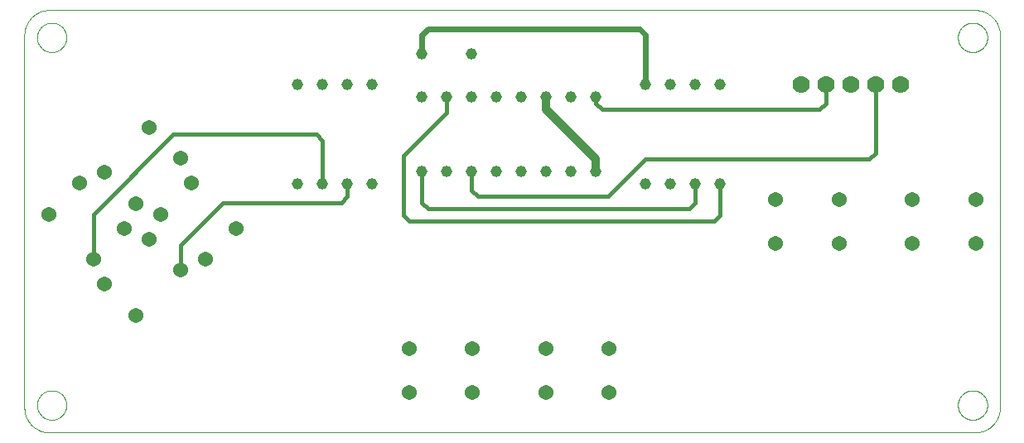
<source format=gtl>
G75*
%MOIN*%
%OFA0B0*%
%FSLAX25Y25*%
%IPPOS*%
%LPD*%
%AMOC8*
5,1,8,0,0,1.08239X$1,22.5*
%
%ADD10C,0.00000*%
%ADD11C,0.07000*%
%ADD12C,0.04550*%
%ADD13C,0.06063*%
%ADD14C,0.03200*%
%ADD15C,0.02400*%
%ADD16C,0.01600*%
D10*
X0011000Y0001000D02*
X0383500Y0001000D01*
X0383742Y0001003D01*
X0383983Y0001012D01*
X0384224Y0001026D01*
X0384465Y0001047D01*
X0384705Y0001073D01*
X0384945Y0001105D01*
X0385184Y0001143D01*
X0385421Y0001186D01*
X0385658Y0001236D01*
X0385893Y0001291D01*
X0386127Y0001351D01*
X0386359Y0001418D01*
X0386590Y0001489D01*
X0386819Y0001567D01*
X0387046Y0001650D01*
X0387271Y0001738D01*
X0387494Y0001832D01*
X0387714Y0001931D01*
X0387932Y0002036D01*
X0388147Y0002145D01*
X0388360Y0002260D01*
X0388570Y0002380D01*
X0388776Y0002505D01*
X0388980Y0002635D01*
X0389181Y0002770D01*
X0389378Y0002910D01*
X0389572Y0003054D01*
X0389762Y0003203D01*
X0389948Y0003357D01*
X0390131Y0003515D01*
X0390310Y0003677D01*
X0390485Y0003844D01*
X0390656Y0004015D01*
X0390823Y0004190D01*
X0390985Y0004369D01*
X0391143Y0004552D01*
X0391297Y0004738D01*
X0391446Y0004928D01*
X0391590Y0005122D01*
X0391730Y0005319D01*
X0391865Y0005520D01*
X0391995Y0005724D01*
X0392120Y0005930D01*
X0392240Y0006140D01*
X0392355Y0006353D01*
X0392464Y0006568D01*
X0392569Y0006786D01*
X0392668Y0007006D01*
X0392762Y0007229D01*
X0392850Y0007454D01*
X0392933Y0007681D01*
X0393011Y0007910D01*
X0393082Y0008141D01*
X0393149Y0008373D01*
X0393209Y0008607D01*
X0393264Y0008842D01*
X0393314Y0009079D01*
X0393357Y0009316D01*
X0393395Y0009555D01*
X0393427Y0009795D01*
X0393453Y0010035D01*
X0393474Y0010276D01*
X0393488Y0010517D01*
X0393497Y0010758D01*
X0393500Y0011000D01*
X0393500Y0161000D01*
X0393497Y0161242D01*
X0393488Y0161483D01*
X0393474Y0161724D01*
X0393453Y0161965D01*
X0393427Y0162205D01*
X0393395Y0162445D01*
X0393357Y0162684D01*
X0393314Y0162921D01*
X0393264Y0163158D01*
X0393209Y0163393D01*
X0393149Y0163627D01*
X0393082Y0163859D01*
X0393011Y0164090D01*
X0392933Y0164319D01*
X0392850Y0164546D01*
X0392762Y0164771D01*
X0392668Y0164994D01*
X0392569Y0165214D01*
X0392464Y0165432D01*
X0392355Y0165647D01*
X0392240Y0165860D01*
X0392120Y0166070D01*
X0391995Y0166276D01*
X0391865Y0166480D01*
X0391730Y0166681D01*
X0391590Y0166878D01*
X0391446Y0167072D01*
X0391297Y0167262D01*
X0391143Y0167448D01*
X0390985Y0167631D01*
X0390823Y0167810D01*
X0390656Y0167985D01*
X0390485Y0168156D01*
X0390310Y0168323D01*
X0390131Y0168485D01*
X0389948Y0168643D01*
X0389762Y0168797D01*
X0389572Y0168946D01*
X0389378Y0169090D01*
X0389181Y0169230D01*
X0388980Y0169365D01*
X0388776Y0169495D01*
X0388570Y0169620D01*
X0388360Y0169740D01*
X0388147Y0169855D01*
X0387932Y0169964D01*
X0387714Y0170069D01*
X0387494Y0170168D01*
X0387271Y0170262D01*
X0387046Y0170350D01*
X0386819Y0170433D01*
X0386590Y0170511D01*
X0386359Y0170582D01*
X0386127Y0170649D01*
X0385893Y0170709D01*
X0385658Y0170764D01*
X0385421Y0170814D01*
X0385184Y0170857D01*
X0384945Y0170895D01*
X0384705Y0170927D01*
X0384465Y0170953D01*
X0384224Y0170974D01*
X0383983Y0170988D01*
X0383742Y0170997D01*
X0383500Y0171000D01*
X0011000Y0171000D01*
X0010758Y0170997D01*
X0010517Y0170988D01*
X0010276Y0170974D01*
X0010035Y0170953D01*
X0009795Y0170927D01*
X0009555Y0170895D01*
X0009316Y0170857D01*
X0009079Y0170814D01*
X0008842Y0170764D01*
X0008607Y0170709D01*
X0008373Y0170649D01*
X0008141Y0170582D01*
X0007910Y0170511D01*
X0007681Y0170433D01*
X0007454Y0170350D01*
X0007229Y0170262D01*
X0007006Y0170168D01*
X0006786Y0170069D01*
X0006568Y0169964D01*
X0006353Y0169855D01*
X0006140Y0169740D01*
X0005930Y0169620D01*
X0005724Y0169495D01*
X0005520Y0169365D01*
X0005319Y0169230D01*
X0005122Y0169090D01*
X0004928Y0168946D01*
X0004738Y0168797D01*
X0004552Y0168643D01*
X0004369Y0168485D01*
X0004190Y0168323D01*
X0004015Y0168156D01*
X0003844Y0167985D01*
X0003677Y0167810D01*
X0003515Y0167631D01*
X0003357Y0167448D01*
X0003203Y0167262D01*
X0003054Y0167072D01*
X0002910Y0166878D01*
X0002770Y0166681D01*
X0002635Y0166480D01*
X0002505Y0166276D01*
X0002380Y0166070D01*
X0002260Y0165860D01*
X0002145Y0165647D01*
X0002036Y0165432D01*
X0001931Y0165214D01*
X0001832Y0164994D01*
X0001738Y0164771D01*
X0001650Y0164546D01*
X0001567Y0164319D01*
X0001489Y0164090D01*
X0001418Y0163859D01*
X0001351Y0163627D01*
X0001291Y0163393D01*
X0001236Y0163158D01*
X0001186Y0162921D01*
X0001143Y0162684D01*
X0001105Y0162445D01*
X0001073Y0162205D01*
X0001047Y0161965D01*
X0001026Y0161724D01*
X0001012Y0161483D01*
X0001003Y0161242D01*
X0001000Y0161000D01*
X0001000Y0011000D01*
X0001003Y0010758D01*
X0001012Y0010517D01*
X0001026Y0010276D01*
X0001047Y0010035D01*
X0001073Y0009795D01*
X0001105Y0009555D01*
X0001143Y0009316D01*
X0001186Y0009079D01*
X0001236Y0008842D01*
X0001291Y0008607D01*
X0001351Y0008373D01*
X0001418Y0008141D01*
X0001489Y0007910D01*
X0001567Y0007681D01*
X0001650Y0007454D01*
X0001738Y0007229D01*
X0001832Y0007006D01*
X0001931Y0006786D01*
X0002036Y0006568D01*
X0002145Y0006353D01*
X0002260Y0006140D01*
X0002380Y0005930D01*
X0002505Y0005724D01*
X0002635Y0005520D01*
X0002770Y0005319D01*
X0002910Y0005122D01*
X0003054Y0004928D01*
X0003203Y0004738D01*
X0003357Y0004552D01*
X0003515Y0004369D01*
X0003677Y0004190D01*
X0003844Y0004015D01*
X0004015Y0003844D01*
X0004190Y0003677D01*
X0004369Y0003515D01*
X0004552Y0003357D01*
X0004738Y0003203D01*
X0004928Y0003054D01*
X0005122Y0002910D01*
X0005319Y0002770D01*
X0005520Y0002635D01*
X0005724Y0002505D01*
X0005930Y0002380D01*
X0006140Y0002260D01*
X0006353Y0002145D01*
X0006568Y0002036D01*
X0006786Y0001931D01*
X0007006Y0001832D01*
X0007229Y0001738D01*
X0007454Y0001650D01*
X0007681Y0001567D01*
X0007910Y0001489D01*
X0008141Y0001418D01*
X0008373Y0001351D01*
X0008607Y0001291D01*
X0008842Y0001236D01*
X0009079Y0001186D01*
X0009316Y0001143D01*
X0009555Y0001105D01*
X0009795Y0001073D01*
X0010035Y0001047D01*
X0010276Y0001026D01*
X0010517Y0001012D01*
X0010758Y0001003D01*
X0011000Y0001000D01*
X0006094Y0012000D02*
X0006096Y0012153D01*
X0006102Y0012307D01*
X0006112Y0012460D01*
X0006126Y0012612D01*
X0006144Y0012765D01*
X0006166Y0012916D01*
X0006191Y0013067D01*
X0006221Y0013218D01*
X0006255Y0013368D01*
X0006292Y0013516D01*
X0006333Y0013664D01*
X0006378Y0013810D01*
X0006427Y0013956D01*
X0006480Y0014100D01*
X0006536Y0014242D01*
X0006596Y0014383D01*
X0006660Y0014523D01*
X0006727Y0014661D01*
X0006798Y0014797D01*
X0006873Y0014931D01*
X0006950Y0015063D01*
X0007032Y0015193D01*
X0007116Y0015321D01*
X0007204Y0015447D01*
X0007295Y0015570D01*
X0007389Y0015691D01*
X0007487Y0015809D01*
X0007587Y0015925D01*
X0007691Y0016038D01*
X0007797Y0016149D01*
X0007906Y0016257D01*
X0008018Y0016362D01*
X0008132Y0016463D01*
X0008250Y0016562D01*
X0008369Y0016658D01*
X0008491Y0016751D01*
X0008616Y0016840D01*
X0008743Y0016927D01*
X0008872Y0017009D01*
X0009003Y0017089D01*
X0009136Y0017165D01*
X0009271Y0017238D01*
X0009408Y0017307D01*
X0009547Y0017372D01*
X0009687Y0017434D01*
X0009829Y0017492D01*
X0009972Y0017547D01*
X0010117Y0017598D01*
X0010263Y0017645D01*
X0010410Y0017688D01*
X0010558Y0017727D01*
X0010707Y0017763D01*
X0010857Y0017794D01*
X0011008Y0017822D01*
X0011159Y0017846D01*
X0011312Y0017866D01*
X0011464Y0017882D01*
X0011617Y0017894D01*
X0011770Y0017902D01*
X0011923Y0017906D01*
X0012077Y0017906D01*
X0012230Y0017902D01*
X0012383Y0017894D01*
X0012536Y0017882D01*
X0012688Y0017866D01*
X0012841Y0017846D01*
X0012992Y0017822D01*
X0013143Y0017794D01*
X0013293Y0017763D01*
X0013442Y0017727D01*
X0013590Y0017688D01*
X0013737Y0017645D01*
X0013883Y0017598D01*
X0014028Y0017547D01*
X0014171Y0017492D01*
X0014313Y0017434D01*
X0014453Y0017372D01*
X0014592Y0017307D01*
X0014729Y0017238D01*
X0014864Y0017165D01*
X0014997Y0017089D01*
X0015128Y0017009D01*
X0015257Y0016927D01*
X0015384Y0016840D01*
X0015509Y0016751D01*
X0015631Y0016658D01*
X0015750Y0016562D01*
X0015868Y0016463D01*
X0015982Y0016362D01*
X0016094Y0016257D01*
X0016203Y0016149D01*
X0016309Y0016038D01*
X0016413Y0015925D01*
X0016513Y0015809D01*
X0016611Y0015691D01*
X0016705Y0015570D01*
X0016796Y0015447D01*
X0016884Y0015321D01*
X0016968Y0015193D01*
X0017050Y0015063D01*
X0017127Y0014931D01*
X0017202Y0014797D01*
X0017273Y0014661D01*
X0017340Y0014523D01*
X0017404Y0014383D01*
X0017464Y0014242D01*
X0017520Y0014100D01*
X0017573Y0013956D01*
X0017622Y0013810D01*
X0017667Y0013664D01*
X0017708Y0013516D01*
X0017745Y0013368D01*
X0017779Y0013218D01*
X0017809Y0013067D01*
X0017834Y0012916D01*
X0017856Y0012765D01*
X0017874Y0012612D01*
X0017888Y0012460D01*
X0017898Y0012307D01*
X0017904Y0012153D01*
X0017906Y0012000D01*
X0017904Y0011847D01*
X0017898Y0011693D01*
X0017888Y0011540D01*
X0017874Y0011388D01*
X0017856Y0011235D01*
X0017834Y0011084D01*
X0017809Y0010933D01*
X0017779Y0010782D01*
X0017745Y0010632D01*
X0017708Y0010484D01*
X0017667Y0010336D01*
X0017622Y0010190D01*
X0017573Y0010044D01*
X0017520Y0009900D01*
X0017464Y0009758D01*
X0017404Y0009617D01*
X0017340Y0009477D01*
X0017273Y0009339D01*
X0017202Y0009203D01*
X0017127Y0009069D01*
X0017050Y0008937D01*
X0016968Y0008807D01*
X0016884Y0008679D01*
X0016796Y0008553D01*
X0016705Y0008430D01*
X0016611Y0008309D01*
X0016513Y0008191D01*
X0016413Y0008075D01*
X0016309Y0007962D01*
X0016203Y0007851D01*
X0016094Y0007743D01*
X0015982Y0007638D01*
X0015868Y0007537D01*
X0015750Y0007438D01*
X0015631Y0007342D01*
X0015509Y0007249D01*
X0015384Y0007160D01*
X0015257Y0007073D01*
X0015128Y0006991D01*
X0014997Y0006911D01*
X0014864Y0006835D01*
X0014729Y0006762D01*
X0014592Y0006693D01*
X0014453Y0006628D01*
X0014313Y0006566D01*
X0014171Y0006508D01*
X0014028Y0006453D01*
X0013883Y0006402D01*
X0013737Y0006355D01*
X0013590Y0006312D01*
X0013442Y0006273D01*
X0013293Y0006237D01*
X0013143Y0006206D01*
X0012992Y0006178D01*
X0012841Y0006154D01*
X0012688Y0006134D01*
X0012536Y0006118D01*
X0012383Y0006106D01*
X0012230Y0006098D01*
X0012077Y0006094D01*
X0011923Y0006094D01*
X0011770Y0006098D01*
X0011617Y0006106D01*
X0011464Y0006118D01*
X0011312Y0006134D01*
X0011159Y0006154D01*
X0011008Y0006178D01*
X0010857Y0006206D01*
X0010707Y0006237D01*
X0010558Y0006273D01*
X0010410Y0006312D01*
X0010263Y0006355D01*
X0010117Y0006402D01*
X0009972Y0006453D01*
X0009829Y0006508D01*
X0009687Y0006566D01*
X0009547Y0006628D01*
X0009408Y0006693D01*
X0009271Y0006762D01*
X0009136Y0006835D01*
X0009003Y0006911D01*
X0008872Y0006991D01*
X0008743Y0007073D01*
X0008616Y0007160D01*
X0008491Y0007249D01*
X0008369Y0007342D01*
X0008250Y0007438D01*
X0008132Y0007537D01*
X0008018Y0007638D01*
X0007906Y0007743D01*
X0007797Y0007851D01*
X0007691Y0007962D01*
X0007587Y0008075D01*
X0007487Y0008191D01*
X0007389Y0008309D01*
X0007295Y0008430D01*
X0007204Y0008553D01*
X0007116Y0008679D01*
X0007032Y0008807D01*
X0006950Y0008937D01*
X0006873Y0009069D01*
X0006798Y0009203D01*
X0006727Y0009339D01*
X0006660Y0009477D01*
X0006596Y0009617D01*
X0006536Y0009758D01*
X0006480Y0009900D01*
X0006427Y0010044D01*
X0006378Y0010190D01*
X0006333Y0010336D01*
X0006292Y0010484D01*
X0006255Y0010632D01*
X0006221Y0010782D01*
X0006191Y0010933D01*
X0006166Y0011084D01*
X0006144Y0011235D01*
X0006126Y0011388D01*
X0006112Y0011540D01*
X0006102Y0011693D01*
X0006096Y0011847D01*
X0006094Y0012000D01*
X0006094Y0160000D02*
X0006096Y0160153D01*
X0006102Y0160307D01*
X0006112Y0160460D01*
X0006126Y0160612D01*
X0006144Y0160765D01*
X0006166Y0160916D01*
X0006191Y0161067D01*
X0006221Y0161218D01*
X0006255Y0161368D01*
X0006292Y0161516D01*
X0006333Y0161664D01*
X0006378Y0161810D01*
X0006427Y0161956D01*
X0006480Y0162100D01*
X0006536Y0162242D01*
X0006596Y0162383D01*
X0006660Y0162523D01*
X0006727Y0162661D01*
X0006798Y0162797D01*
X0006873Y0162931D01*
X0006950Y0163063D01*
X0007032Y0163193D01*
X0007116Y0163321D01*
X0007204Y0163447D01*
X0007295Y0163570D01*
X0007389Y0163691D01*
X0007487Y0163809D01*
X0007587Y0163925D01*
X0007691Y0164038D01*
X0007797Y0164149D01*
X0007906Y0164257D01*
X0008018Y0164362D01*
X0008132Y0164463D01*
X0008250Y0164562D01*
X0008369Y0164658D01*
X0008491Y0164751D01*
X0008616Y0164840D01*
X0008743Y0164927D01*
X0008872Y0165009D01*
X0009003Y0165089D01*
X0009136Y0165165D01*
X0009271Y0165238D01*
X0009408Y0165307D01*
X0009547Y0165372D01*
X0009687Y0165434D01*
X0009829Y0165492D01*
X0009972Y0165547D01*
X0010117Y0165598D01*
X0010263Y0165645D01*
X0010410Y0165688D01*
X0010558Y0165727D01*
X0010707Y0165763D01*
X0010857Y0165794D01*
X0011008Y0165822D01*
X0011159Y0165846D01*
X0011312Y0165866D01*
X0011464Y0165882D01*
X0011617Y0165894D01*
X0011770Y0165902D01*
X0011923Y0165906D01*
X0012077Y0165906D01*
X0012230Y0165902D01*
X0012383Y0165894D01*
X0012536Y0165882D01*
X0012688Y0165866D01*
X0012841Y0165846D01*
X0012992Y0165822D01*
X0013143Y0165794D01*
X0013293Y0165763D01*
X0013442Y0165727D01*
X0013590Y0165688D01*
X0013737Y0165645D01*
X0013883Y0165598D01*
X0014028Y0165547D01*
X0014171Y0165492D01*
X0014313Y0165434D01*
X0014453Y0165372D01*
X0014592Y0165307D01*
X0014729Y0165238D01*
X0014864Y0165165D01*
X0014997Y0165089D01*
X0015128Y0165009D01*
X0015257Y0164927D01*
X0015384Y0164840D01*
X0015509Y0164751D01*
X0015631Y0164658D01*
X0015750Y0164562D01*
X0015868Y0164463D01*
X0015982Y0164362D01*
X0016094Y0164257D01*
X0016203Y0164149D01*
X0016309Y0164038D01*
X0016413Y0163925D01*
X0016513Y0163809D01*
X0016611Y0163691D01*
X0016705Y0163570D01*
X0016796Y0163447D01*
X0016884Y0163321D01*
X0016968Y0163193D01*
X0017050Y0163063D01*
X0017127Y0162931D01*
X0017202Y0162797D01*
X0017273Y0162661D01*
X0017340Y0162523D01*
X0017404Y0162383D01*
X0017464Y0162242D01*
X0017520Y0162100D01*
X0017573Y0161956D01*
X0017622Y0161810D01*
X0017667Y0161664D01*
X0017708Y0161516D01*
X0017745Y0161368D01*
X0017779Y0161218D01*
X0017809Y0161067D01*
X0017834Y0160916D01*
X0017856Y0160765D01*
X0017874Y0160612D01*
X0017888Y0160460D01*
X0017898Y0160307D01*
X0017904Y0160153D01*
X0017906Y0160000D01*
X0017904Y0159847D01*
X0017898Y0159693D01*
X0017888Y0159540D01*
X0017874Y0159388D01*
X0017856Y0159235D01*
X0017834Y0159084D01*
X0017809Y0158933D01*
X0017779Y0158782D01*
X0017745Y0158632D01*
X0017708Y0158484D01*
X0017667Y0158336D01*
X0017622Y0158190D01*
X0017573Y0158044D01*
X0017520Y0157900D01*
X0017464Y0157758D01*
X0017404Y0157617D01*
X0017340Y0157477D01*
X0017273Y0157339D01*
X0017202Y0157203D01*
X0017127Y0157069D01*
X0017050Y0156937D01*
X0016968Y0156807D01*
X0016884Y0156679D01*
X0016796Y0156553D01*
X0016705Y0156430D01*
X0016611Y0156309D01*
X0016513Y0156191D01*
X0016413Y0156075D01*
X0016309Y0155962D01*
X0016203Y0155851D01*
X0016094Y0155743D01*
X0015982Y0155638D01*
X0015868Y0155537D01*
X0015750Y0155438D01*
X0015631Y0155342D01*
X0015509Y0155249D01*
X0015384Y0155160D01*
X0015257Y0155073D01*
X0015128Y0154991D01*
X0014997Y0154911D01*
X0014864Y0154835D01*
X0014729Y0154762D01*
X0014592Y0154693D01*
X0014453Y0154628D01*
X0014313Y0154566D01*
X0014171Y0154508D01*
X0014028Y0154453D01*
X0013883Y0154402D01*
X0013737Y0154355D01*
X0013590Y0154312D01*
X0013442Y0154273D01*
X0013293Y0154237D01*
X0013143Y0154206D01*
X0012992Y0154178D01*
X0012841Y0154154D01*
X0012688Y0154134D01*
X0012536Y0154118D01*
X0012383Y0154106D01*
X0012230Y0154098D01*
X0012077Y0154094D01*
X0011923Y0154094D01*
X0011770Y0154098D01*
X0011617Y0154106D01*
X0011464Y0154118D01*
X0011312Y0154134D01*
X0011159Y0154154D01*
X0011008Y0154178D01*
X0010857Y0154206D01*
X0010707Y0154237D01*
X0010558Y0154273D01*
X0010410Y0154312D01*
X0010263Y0154355D01*
X0010117Y0154402D01*
X0009972Y0154453D01*
X0009829Y0154508D01*
X0009687Y0154566D01*
X0009547Y0154628D01*
X0009408Y0154693D01*
X0009271Y0154762D01*
X0009136Y0154835D01*
X0009003Y0154911D01*
X0008872Y0154991D01*
X0008743Y0155073D01*
X0008616Y0155160D01*
X0008491Y0155249D01*
X0008369Y0155342D01*
X0008250Y0155438D01*
X0008132Y0155537D01*
X0008018Y0155638D01*
X0007906Y0155743D01*
X0007797Y0155851D01*
X0007691Y0155962D01*
X0007587Y0156075D01*
X0007487Y0156191D01*
X0007389Y0156309D01*
X0007295Y0156430D01*
X0007204Y0156553D01*
X0007116Y0156679D01*
X0007032Y0156807D01*
X0006950Y0156937D01*
X0006873Y0157069D01*
X0006798Y0157203D01*
X0006727Y0157339D01*
X0006660Y0157477D01*
X0006596Y0157617D01*
X0006536Y0157758D01*
X0006480Y0157900D01*
X0006427Y0158044D01*
X0006378Y0158190D01*
X0006333Y0158336D01*
X0006292Y0158484D01*
X0006255Y0158632D01*
X0006221Y0158782D01*
X0006191Y0158933D01*
X0006166Y0159084D01*
X0006144Y0159235D01*
X0006126Y0159388D01*
X0006112Y0159540D01*
X0006102Y0159693D01*
X0006096Y0159847D01*
X0006094Y0160000D01*
X0376594Y0160000D02*
X0376596Y0160153D01*
X0376602Y0160307D01*
X0376612Y0160460D01*
X0376626Y0160612D01*
X0376644Y0160765D01*
X0376666Y0160916D01*
X0376691Y0161067D01*
X0376721Y0161218D01*
X0376755Y0161368D01*
X0376792Y0161516D01*
X0376833Y0161664D01*
X0376878Y0161810D01*
X0376927Y0161956D01*
X0376980Y0162100D01*
X0377036Y0162242D01*
X0377096Y0162383D01*
X0377160Y0162523D01*
X0377227Y0162661D01*
X0377298Y0162797D01*
X0377373Y0162931D01*
X0377450Y0163063D01*
X0377532Y0163193D01*
X0377616Y0163321D01*
X0377704Y0163447D01*
X0377795Y0163570D01*
X0377889Y0163691D01*
X0377987Y0163809D01*
X0378087Y0163925D01*
X0378191Y0164038D01*
X0378297Y0164149D01*
X0378406Y0164257D01*
X0378518Y0164362D01*
X0378632Y0164463D01*
X0378750Y0164562D01*
X0378869Y0164658D01*
X0378991Y0164751D01*
X0379116Y0164840D01*
X0379243Y0164927D01*
X0379372Y0165009D01*
X0379503Y0165089D01*
X0379636Y0165165D01*
X0379771Y0165238D01*
X0379908Y0165307D01*
X0380047Y0165372D01*
X0380187Y0165434D01*
X0380329Y0165492D01*
X0380472Y0165547D01*
X0380617Y0165598D01*
X0380763Y0165645D01*
X0380910Y0165688D01*
X0381058Y0165727D01*
X0381207Y0165763D01*
X0381357Y0165794D01*
X0381508Y0165822D01*
X0381659Y0165846D01*
X0381812Y0165866D01*
X0381964Y0165882D01*
X0382117Y0165894D01*
X0382270Y0165902D01*
X0382423Y0165906D01*
X0382577Y0165906D01*
X0382730Y0165902D01*
X0382883Y0165894D01*
X0383036Y0165882D01*
X0383188Y0165866D01*
X0383341Y0165846D01*
X0383492Y0165822D01*
X0383643Y0165794D01*
X0383793Y0165763D01*
X0383942Y0165727D01*
X0384090Y0165688D01*
X0384237Y0165645D01*
X0384383Y0165598D01*
X0384528Y0165547D01*
X0384671Y0165492D01*
X0384813Y0165434D01*
X0384953Y0165372D01*
X0385092Y0165307D01*
X0385229Y0165238D01*
X0385364Y0165165D01*
X0385497Y0165089D01*
X0385628Y0165009D01*
X0385757Y0164927D01*
X0385884Y0164840D01*
X0386009Y0164751D01*
X0386131Y0164658D01*
X0386250Y0164562D01*
X0386368Y0164463D01*
X0386482Y0164362D01*
X0386594Y0164257D01*
X0386703Y0164149D01*
X0386809Y0164038D01*
X0386913Y0163925D01*
X0387013Y0163809D01*
X0387111Y0163691D01*
X0387205Y0163570D01*
X0387296Y0163447D01*
X0387384Y0163321D01*
X0387468Y0163193D01*
X0387550Y0163063D01*
X0387627Y0162931D01*
X0387702Y0162797D01*
X0387773Y0162661D01*
X0387840Y0162523D01*
X0387904Y0162383D01*
X0387964Y0162242D01*
X0388020Y0162100D01*
X0388073Y0161956D01*
X0388122Y0161810D01*
X0388167Y0161664D01*
X0388208Y0161516D01*
X0388245Y0161368D01*
X0388279Y0161218D01*
X0388309Y0161067D01*
X0388334Y0160916D01*
X0388356Y0160765D01*
X0388374Y0160612D01*
X0388388Y0160460D01*
X0388398Y0160307D01*
X0388404Y0160153D01*
X0388406Y0160000D01*
X0388404Y0159847D01*
X0388398Y0159693D01*
X0388388Y0159540D01*
X0388374Y0159388D01*
X0388356Y0159235D01*
X0388334Y0159084D01*
X0388309Y0158933D01*
X0388279Y0158782D01*
X0388245Y0158632D01*
X0388208Y0158484D01*
X0388167Y0158336D01*
X0388122Y0158190D01*
X0388073Y0158044D01*
X0388020Y0157900D01*
X0387964Y0157758D01*
X0387904Y0157617D01*
X0387840Y0157477D01*
X0387773Y0157339D01*
X0387702Y0157203D01*
X0387627Y0157069D01*
X0387550Y0156937D01*
X0387468Y0156807D01*
X0387384Y0156679D01*
X0387296Y0156553D01*
X0387205Y0156430D01*
X0387111Y0156309D01*
X0387013Y0156191D01*
X0386913Y0156075D01*
X0386809Y0155962D01*
X0386703Y0155851D01*
X0386594Y0155743D01*
X0386482Y0155638D01*
X0386368Y0155537D01*
X0386250Y0155438D01*
X0386131Y0155342D01*
X0386009Y0155249D01*
X0385884Y0155160D01*
X0385757Y0155073D01*
X0385628Y0154991D01*
X0385497Y0154911D01*
X0385364Y0154835D01*
X0385229Y0154762D01*
X0385092Y0154693D01*
X0384953Y0154628D01*
X0384813Y0154566D01*
X0384671Y0154508D01*
X0384528Y0154453D01*
X0384383Y0154402D01*
X0384237Y0154355D01*
X0384090Y0154312D01*
X0383942Y0154273D01*
X0383793Y0154237D01*
X0383643Y0154206D01*
X0383492Y0154178D01*
X0383341Y0154154D01*
X0383188Y0154134D01*
X0383036Y0154118D01*
X0382883Y0154106D01*
X0382730Y0154098D01*
X0382577Y0154094D01*
X0382423Y0154094D01*
X0382270Y0154098D01*
X0382117Y0154106D01*
X0381964Y0154118D01*
X0381812Y0154134D01*
X0381659Y0154154D01*
X0381508Y0154178D01*
X0381357Y0154206D01*
X0381207Y0154237D01*
X0381058Y0154273D01*
X0380910Y0154312D01*
X0380763Y0154355D01*
X0380617Y0154402D01*
X0380472Y0154453D01*
X0380329Y0154508D01*
X0380187Y0154566D01*
X0380047Y0154628D01*
X0379908Y0154693D01*
X0379771Y0154762D01*
X0379636Y0154835D01*
X0379503Y0154911D01*
X0379372Y0154991D01*
X0379243Y0155073D01*
X0379116Y0155160D01*
X0378991Y0155249D01*
X0378869Y0155342D01*
X0378750Y0155438D01*
X0378632Y0155537D01*
X0378518Y0155638D01*
X0378406Y0155743D01*
X0378297Y0155851D01*
X0378191Y0155962D01*
X0378087Y0156075D01*
X0377987Y0156191D01*
X0377889Y0156309D01*
X0377795Y0156430D01*
X0377704Y0156553D01*
X0377616Y0156679D01*
X0377532Y0156807D01*
X0377450Y0156937D01*
X0377373Y0157069D01*
X0377298Y0157203D01*
X0377227Y0157339D01*
X0377160Y0157477D01*
X0377096Y0157617D01*
X0377036Y0157758D01*
X0376980Y0157900D01*
X0376927Y0158044D01*
X0376878Y0158190D01*
X0376833Y0158336D01*
X0376792Y0158484D01*
X0376755Y0158632D01*
X0376721Y0158782D01*
X0376691Y0158933D01*
X0376666Y0159084D01*
X0376644Y0159235D01*
X0376626Y0159388D01*
X0376612Y0159540D01*
X0376602Y0159693D01*
X0376596Y0159847D01*
X0376594Y0160000D01*
X0376594Y0012000D02*
X0376596Y0012153D01*
X0376602Y0012307D01*
X0376612Y0012460D01*
X0376626Y0012612D01*
X0376644Y0012765D01*
X0376666Y0012916D01*
X0376691Y0013067D01*
X0376721Y0013218D01*
X0376755Y0013368D01*
X0376792Y0013516D01*
X0376833Y0013664D01*
X0376878Y0013810D01*
X0376927Y0013956D01*
X0376980Y0014100D01*
X0377036Y0014242D01*
X0377096Y0014383D01*
X0377160Y0014523D01*
X0377227Y0014661D01*
X0377298Y0014797D01*
X0377373Y0014931D01*
X0377450Y0015063D01*
X0377532Y0015193D01*
X0377616Y0015321D01*
X0377704Y0015447D01*
X0377795Y0015570D01*
X0377889Y0015691D01*
X0377987Y0015809D01*
X0378087Y0015925D01*
X0378191Y0016038D01*
X0378297Y0016149D01*
X0378406Y0016257D01*
X0378518Y0016362D01*
X0378632Y0016463D01*
X0378750Y0016562D01*
X0378869Y0016658D01*
X0378991Y0016751D01*
X0379116Y0016840D01*
X0379243Y0016927D01*
X0379372Y0017009D01*
X0379503Y0017089D01*
X0379636Y0017165D01*
X0379771Y0017238D01*
X0379908Y0017307D01*
X0380047Y0017372D01*
X0380187Y0017434D01*
X0380329Y0017492D01*
X0380472Y0017547D01*
X0380617Y0017598D01*
X0380763Y0017645D01*
X0380910Y0017688D01*
X0381058Y0017727D01*
X0381207Y0017763D01*
X0381357Y0017794D01*
X0381508Y0017822D01*
X0381659Y0017846D01*
X0381812Y0017866D01*
X0381964Y0017882D01*
X0382117Y0017894D01*
X0382270Y0017902D01*
X0382423Y0017906D01*
X0382577Y0017906D01*
X0382730Y0017902D01*
X0382883Y0017894D01*
X0383036Y0017882D01*
X0383188Y0017866D01*
X0383341Y0017846D01*
X0383492Y0017822D01*
X0383643Y0017794D01*
X0383793Y0017763D01*
X0383942Y0017727D01*
X0384090Y0017688D01*
X0384237Y0017645D01*
X0384383Y0017598D01*
X0384528Y0017547D01*
X0384671Y0017492D01*
X0384813Y0017434D01*
X0384953Y0017372D01*
X0385092Y0017307D01*
X0385229Y0017238D01*
X0385364Y0017165D01*
X0385497Y0017089D01*
X0385628Y0017009D01*
X0385757Y0016927D01*
X0385884Y0016840D01*
X0386009Y0016751D01*
X0386131Y0016658D01*
X0386250Y0016562D01*
X0386368Y0016463D01*
X0386482Y0016362D01*
X0386594Y0016257D01*
X0386703Y0016149D01*
X0386809Y0016038D01*
X0386913Y0015925D01*
X0387013Y0015809D01*
X0387111Y0015691D01*
X0387205Y0015570D01*
X0387296Y0015447D01*
X0387384Y0015321D01*
X0387468Y0015193D01*
X0387550Y0015063D01*
X0387627Y0014931D01*
X0387702Y0014797D01*
X0387773Y0014661D01*
X0387840Y0014523D01*
X0387904Y0014383D01*
X0387964Y0014242D01*
X0388020Y0014100D01*
X0388073Y0013956D01*
X0388122Y0013810D01*
X0388167Y0013664D01*
X0388208Y0013516D01*
X0388245Y0013368D01*
X0388279Y0013218D01*
X0388309Y0013067D01*
X0388334Y0012916D01*
X0388356Y0012765D01*
X0388374Y0012612D01*
X0388388Y0012460D01*
X0388398Y0012307D01*
X0388404Y0012153D01*
X0388406Y0012000D01*
X0388404Y0011847D01*
X0388398Y0011693D01*
X0388388Y0011540D01*
X0388374Y0011388D01*
X0388356Y0011235D01*
X0388334Y0011084D01*
X0388309Y0010933D01*
X0388279Y0010782D01*
X0388245Y0010632D01*
X0388208Y0010484D01*
X0388167Y0010336D01*
X0388122Y0010190D01*
X0388073Y0010044D01*
X0388020Y0009900D01*
X0387964Y0009758D01*
X0387904Y0009617D01*
X0387840Y0009477D01*
X0387773Y0009339D01*
X0387702Y0009203D01*
X0387627Y0009069D01*
X0387550Y0008937D01*
X0387468Y0008807D01*
X0387384Y0008679D01*
X0387296Y0008553D01*
X0387205Y0008430D01*
X0387111Y0008309D01*
X0387013Y0008191D01*
X0386913Y0008075D01*
X0386809Y0007962D01*
X0386703Y0007851D01*
X0386594Y0007743D01*
X0386482Y0007638D01*
X0386368Y0007537D01*
X0386250Y0007438D01*
X0386131Y0007342D01*
X0386009Y0007249D01*
X0385884Y0007160D01*
X0385757Y0007073D01*
X0385628Y0006991D01*
X0385497Y0006911D01*
X0385364Y0006835D01*
X0385229Y0006762D01*
X0385092Y0006693D01*
X0384953Y0006628D01*
X0384813Y0006566D01*
X0384671Y0006508D01*
X0384528Y0006453D01*
X0384383Y0006402D01*
X0384237Y0006355D01*
X0384090Y0006312D01*
X0383942Y0006273D01*
X0383793Y0006237D01*
X0383643Y0006206D01*
X0383492Y0006178D01*
X0383341Y0006154D01*
X0383188Y0006134D01*
X0383036Y0006118D01*
X0382883Y0006106D01*
X0382730Y0006098D01*
X0382577Y0006094D01*
X0382423Y0006094D01*
X0382270Y0006098D01*
X0382117Y0006106D01*
X0381964Y0006118D01*
X0381812Y0006134D01*
X0381659Y0006154D01*
X0381508Y0006178D01*
X0381357Y0006206D01*
X0381207Y0006237D01*
X0381058Y0006273D01*
X0380910Y0006312D01*
X0380763Y0006355D01*
X0380617Y0006402D01*
X0380472Y0006453D01*
X0380329Y0006508D01*
X0380187Y0006566D01*
X0380047Y0006628D01*
X0379908Y0006693D01*
X0379771Y0006762D01*
X0379636Y0006835D01*
X0379503Y0006911D01*
X0379372Y0006991D01*
X0379243Y0007073D01*
X0379116Y0007160D01*
X0378991Y0007249D01*
X0378869Y0007342D01*
X0378750Y0007438D01*
X0378632Y0007537D01*
X0378518Y0007638D01*
X0378406Y0007743D01*
X0378297Y0007851D01*
X0378191Y0007962D01*
X0378087Y0008075D01*
X0377987Y0008191D01*
X0377889Y0008309D01*
X0377795Y0008430D01*
X0377704Y0008553D01*
X0377616Y0008679D01*
X0377532Y0008807D01*
X0377450Y0008937D01*
X0377373Y0009069D01*
X0377298Y0009203D01*
X0377227Y0009339D01*
X0377160Y0009477D01*
X0377096Y0009617D01*
X0377036Y0009758D01*
X0376980Y0009900D01*
X0376927Y0010044D01*
X0376878Y0010190D01*
X0376833Y0010336D01*
X0376792Y0010484D01*
X0376755Y0010632D01*
X0376721Y0010782D01*
X0376691Y0010933D01*
X0376666Y0011084D01*
X0376644Y0011235D01*
X0376626Y0011388D01*
X0376612Y0011540D01*
X0376602Y0011693D01*
X0376596Y0011847D01*
X0376594Y0012000D01*
D11*
X0353500Y0141000D03*
X0343500Y0141000D03*
X0333500Y0141000D03*
X0323500Y0141000D03*
X0313500Y0141000D03*
D12*
X0281000Y0141000D03*
X0271000Y0141000D03*
X0261000Y0141000D03*
X0251000Y0141000D03*
X0231000Y0136000D03*
X0221000Y0136000D03*
X0211000Y0136000D03*
X0201000Y0136000D03*
X0191000Y0136000D03*
X0181000Y0136000D03*
X0171000Y0136000D03*
X0161000Y0136000D03*
X0141000Y0141000D03*
X0131000Y0141000D03*
X0121000Y0141000D03*
X0111000Y0141000D03*
X0161000Y0153500D03*
X0181000Y0153500D03*
X0181000Y0106000D03*
X0171000Y0106000D03*
X0161000Y0106000D03*
X0141000Y0101000D03*
X0131000Y0101000D03*
X0121000Y0101000D03*
X0111000Y0101000D03*
X0191000Y0106000D03*
X0201000Y0106000D03*
X0211000Y0106000D03*
X0221000Y0106000D03*
X0231000Y0106000D03*
X0251000Y0101000D03*
X0261000Y0101000D03*
X0271000Y0101000D03*
X0281000Y0101000D03*
D13*
X0303205Y0094858D03*
X0328795Y0094858D03*
X0358205Y0094858D03*
X0383795Y0094858D03*
X0383795Y0077142D03*
X0358205Y0077142D03*
X0328795Y0077142D03*
X0303205Y0077142D03*
X0236295Y0034858D03*
X0210705Y0034858D03*
X0181295Y0034858D03*
X0155705Y0034858D03*
X0155705Y0017142D03*
X0181295Y0017142D03*
X0210705Y0017142D03*
X0236295Y0017142D03*
X0086311Y0083216D03*
X0073784Y0070689D03*
X0063811Y0066284D03*
X0051284Y0078811D03*
X0041311Y0083216D03*
X0055689Y0088784D03*
X0045716Y0093189D03*
X0023216Y0101311D03*
X0033189Y0105716D03*
X0063811Y0111284D03*
X0068216Y0101311D03*
X0051284Y0123811D03*
X0010689Y0088784D03*
X0028784Y0070689D03*
X0033189Y0060716D03*
X0045716Y0048189D03*
D14*
X0211000Y0131000D02*
X0231000Y0111000D01*
X0231000Y0106000D01*
X0211000Y0131000D02*
X0211000Y0136000D01*
D15*
X0251000Y0141000D02*
X0251000Y0161000D01*
X0248500Y0163500D01*
X0163500Y0163500D01*
X0161000Y0161000D01*
X0161000Y0153500D01*
D16*
X0171000Y0136000D02*
X0171000Y0129750D01*
X0153500Y0112250D01*
X0153500Y0088500D01*
X0156000Y0086000D01*
X0278500Y0086000D01*
X0281000Y0088500D01*
X0281000Y0101000D01*
X0271000Y0101000D02*
X0271000Y0093500D01*
X0268500Y0091000D01*
X0163500Y0091000D01*
X0161000Y0093500D01*
X0161000Y0106000D01*
X0181000Y0106000D02*
X0181000Y0098500D01*
X0183500Y0096000D01*
X0236000Y0096000D01*
X0251000Y0111000D01*
X0341000Y0111000D01*
X0343500Y0113500D01*
X0343500Y0141000D01*
X0323500Y0141000D02*
X0323500Y0133500D01*
X0321000Y0131000D01*
X0233500Y0131000D01*
X0231000Y0133500D01*
X0231000Y0136000D01*
X0131000Y0101000D02*
X0131000Y0096000D01*
X0128500Y0093500D01*
X0081000Y0093500D01*
X0063811Y0076311D01*
X0063811Y0066284D01*
X0028784Y0070689D02*
X0028784Y0088784D01*
X0061000Y0121000D01*
X0118500Y0121000D01*
X0121000Y0118500D01*
X0121000Y0101000D01*
M02*

</source>
